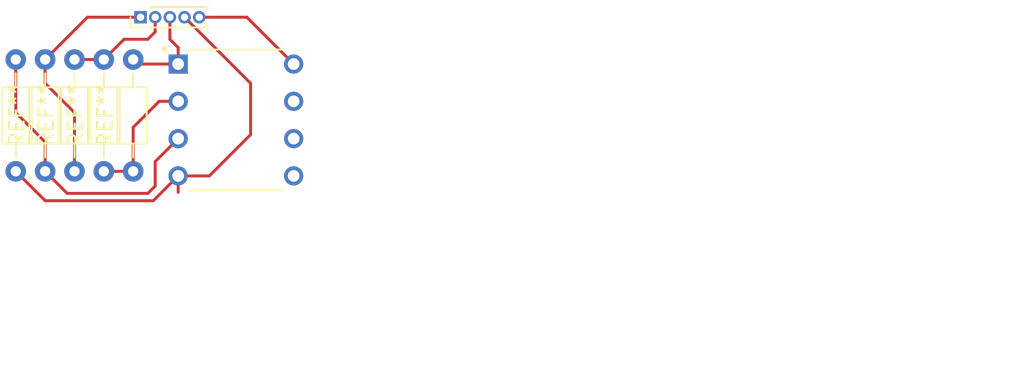
<source format=kicad_pcb>
(kicad_pcb (version 20240108) (generator "pcbnew") (generator_version "8.0")
  (layers (0 "F.Cu" signal) (31 "B.Cu" signal) (34 "B.Paste" user) (35 "F.Paste" user) (36 "B.SilkS" user "B.Silkscreen") (37 "F.SilkS" user "F.Silkscreen") (38 "B.Mask" user) (39 "F.Mask" user) (44 "Edge.Cuts" user))
  (net 0 "")
  (footprint "Resistor_THT:R_Axial_DIN0204_L3.6mm_D1.6mm_P7.62mm_Horizontal" (layer "F.Cu") (at 129.5 96.5 90)
    (property "Reference" "REF**" (at 3.81 -1.92 90) (layer "F.SilkS"))
    (property "Value" "R_Axial_DIN0204_L3.6mm_D1.6mm_P7.62mm_Horizontal" (hide yes))
    (fp_line (start 5.73 -0.92) (end 1.89 -0.92) (stroke (width 0.12)) (layer "F.SilkS"))
    (fp_line (start 1.89 -0.92) (end 1.89 0.92) (stroke (width 0.12)) (layer "F.SilkS"))
    (fp_line (start 6.68 0) (end 5.73 0) (stroke (width 0.12)) (layer "F.SilkS"))
    (fp_line (start 0.94 0) (end 1.89 0) (stroke (width 0.12)) (layer "F.SilkS"))
    (fp_line (start 5.73 0.92) (end 5.73 -0.92) (stroke (width 0.12)) (layer "F.SilkS"))
    (fp_line (start 1.89 0.92) (end 5.73 0.92) (stroke (width 0.12)) (layer "F.SilkS"))
    (pad "1" thru_hole circle (at 0 0 90) (size 1.4 1.4) (drill 0.7) (layers "*.Cu" "*.Mask" "In1.Cu" "In2.Cu" "In3.Cu" "In4.Cu" "In5.Cu" "In6.Cu" "In7.Cu" "In8.Cu" "In9.Cu" "In10.Cu" "In11.Cu" "In12.Cu" "In13.Cu" "In14.Cu" "In15.Cu" "In16.Cu" "In17.Cu" "In18.Cu" "In19.Cu" "In20.Cu" "In21.Cu" "In22.Cu" "In23.Cu" "In24.Cu" "In25.Cu" "In26.Cu" "In27.Cu" "In28.Cu" "In29.Cu" "In30.Cu"))
    (pad "2" thru_hole oval (at 7.62 0 90) (size 1.4 1.4) (drill 0.7) (layers "*.Cu" "*.Mask" "In1.Cu" "In2.Cu" "In3.Cu" "In4.Cu" "In5.Cu" "In6.Cu" "In7.Cu" "In8.Cu" "In9.Cu" "In10.Cu" "In11.Cu" "In12.Cu" "In13.Cu" "In14.Cu" "In15.Cu" "In16.Cu" "In17.Cu" "In18.Cu" "In19.Cu" "In20.Cu" "In21.Cu" "In22.Cu" "In23.Cu" "In24.Cu" "In25.Cu" "In26.Cu" "In27.Cu" "In28.Cu" "In29.Cu" "In30.Cu"))
  )
  (footprint "Resistor_THT:R_Axial_DIN0204_L3.6mm_D1.6mm_P7.62mm_Horizontal" (layer "F.Cu") (at 125.5 96.5 90)
    (property "Reference" "REF**" (at 3.81 -1.92 90) (layer "F.SilkS"))
    (property "Value" "R_Axial_DIN0204_L3.6mm_D1.6mm_P7.62mm_Horizontal" (hide yes))
    (fp_line (start 5.73 -0.92) (end 1.89 -0.92) (stroke (width 0.12)) (layer "F.SilkS"))
    (fp_line (start 1.89 -0.92) (end 1.89 0.92) (stroke (width 0.12)) (layer "F.SilkS"))
    (fp_line (start 6.68 0) (end 5.73 0) (stroke (width 0.12)) (layer "F.SilkS"))
    (fp_line (start 0.94 0) (end 1.89 0) (stroke (width 0.12)) (layer "F.SilkS"))
    (fp_line (start 5.73 0.92) (end 5.73 -0.92) (stroke (width 0.12)) (layer "F.SilkS"))
    (fp_line (start 1.89 0.92) (end 5.73 0.92) (stroke (width 0.12)) (layer "F.SilkS"))
    (pad "1" thru_hole circle (at 0 0 90) (size 1.4 1.4) (drill 0.7) (layers "*.Cu" "*.Mask" "In1.Cu" "In2.Cu" "In3.Cu" "In4.Cu" "In5.Cu" "In6.Cu" "In7.Cu" "In8.Cu" "In9.Cu" "In10.Cu" "In11.Cu" "In12.Cu" "In13.Cu" "In14.Cu" "In15.Cu" "In16.Cu" "In17.Cu" "In18.Cu" "In19.Cu" "In20.Cu" "In21.Cu" "In22.Cu" "In23.Cu" "In24.Cu" "In25.Cu" "In26.Cu" "In27.Cu" "In28.Cu" "In29.Cu" "In30.Cu"))
    (pad "2" thru_hole oval (at 7.62 0 90) (size 1.4 1.4) (drill 0.7) (layers "*.Cu" "*.Mask" "In1.Cu" "In2.Cu" "In3.Cu" "In4.Cu" "In5.Cu" "In6.Cu" "In7.Cu" "In8.Cu" "In9.Cu" "In10.Cu" "In11.Cu" "In12.Cu" "In13.Cu" "In14.Cu" "In15.Cu" "In16.Cu" "In17.Cu" "In18.Cu" "In19.Cu" "In20.Cu" "In21.Cu" "In22.Cu" "In23.Cu" "In24.Cu" "In25.Cu" "In26.Cu" "In27.Cu" "In28.Cu" "In29.Cu" "In30.Cu"))
  )
  (footprint "MCP6002-I_P:DIP787W46P254L927H533Q8" (layer "F.Cu") (at 136.5 93)
    (property "Reference" "REF**" (hide yes))
    (property "Value" "DIP787W46P254L927H533Q8")
    (fp_line (start -3.18 -4.8) (end 3.18 -4.8) (stroke (width 0.127)) (layer "F.SilkS"))
    (fp_line (start 3.18 4.8) (end -3.18 4.8) (stroke (width 0.127)) (layer "F.SilkS"))
    (fp_circle (center -4.85 -4.85) (end -4.75 -4.85) (stroke (width 0.2)) (fill none) (layer "F.SilkS"))
    (pad "1" thru_hole rect (at -3.935 -3.81) (size 1.308 1.308) (drill 0.8) (layers "*.Cu" "*.Mask" "In1.Cu" "In2.Cu" "In3.Cu" "In4.Cu" "In5.Cu" "In6.Cu" "In7.Cu" "In8.Cu" "In9.Cu" "In10.Cu" "In11.Cu" "In12.Cu" "In13.Cu" "In14.Cu" "In15.Cu" "In16.Cu" "In17.Cu" "In18.Cu" "In19.Cu" "In20.Cu" "In21.Cu" "In22.Cu" "In23.Cu" "In24.Cu" "In25.Cu" "In26.Cu" "In27.Cu" "In28.Cu" "In29.Cu" "In30.Cu"))
    (pad "2" thru_hole circle (at -3.935 -1.27) (size 1.308 1.308) (drill 0.8) (layers "*.Cu" "*.Mask" "In1.Cu" "In2.Cu" "In3.Cu" "In4.Cu" "In5.Cu" "In6.Cu" "In7.Cu" "In8.Cu" "In9.Cu" "In10.Cu" "In11.Cu" "In12.Cu" "In13.Cu" "In14.Cu" "In15.Cu" "In16.Cu" "In17.Cu" "In18.Cu" "In19.Cu" "In20.Cu" "In21.Cu" "In22.Cu" "In23.Cu" "In24.Cu" "In25.Cu" "In26.Cu" "In27.Cu" "In28.Cu" "In29.Cu" "In30.Cu"))
    (pad "3" thru_hole circle (at -3.935 1.27) (size 1.308 1.308) (drill 0.8) (layers "*.Cu" "*.Mask" "In1.Cu" "In2.Cu" "In3.Cu" "In4.Cu" "In5.Cu" "In6.Cu" "In7.Cu" "In8.Cu" "In9.Cu" "In10.Cu" "In11.Cu" "In12.Cu" "In13.Cu" "In14.Cu" "In15.Cu" "In16.Cu" "In17.Cu" "In18.Cu" "In19.Cu" "In20.Cu" "In21.Cu" "In22.Cu" "In23.Cu" "In24.Cu" "In25.Cu" "In26.Cu" "In27.Cu" "In28.Cu" "In29.Cu" "In30.Cu"))
    (pad "4" thru_hole circle (at -3.935 3.81) (size 1.308 1.308) (drill 0.8) (layers "*.Cu" "*.Mask" "In1.Cu" "In2.Cu" "In3.Cu" "In4.Cu" "In5.Cu" "In6.Cu" "In7.Cu" "In8.Cu" "In9.Cu" "In10.Cu" "In11.Cu" "In12.Cu" "In13.Cu" "In14.Cu" "In15.Cu" "In16.Cu" "In17.Cu" "In18.Cu" "In19.Cu" "In20.Cu" "In21.Cu" "In22.Cu" "In23.Cu" "In24.Cu" "In25.Cu" "In26.Cu" "In27.Cu" "In28.Cu" "In29.Cu" "In30.Cu"))
    (pad "5" thru_hole circle (at 3.935 3.81) (size 1.308 1.308) (drill 0.8) (layers "*.Cu" "*.Mask" "In1.Cu" "In2.Cu" "In3.Cu" "In4.Cu" "In5.Cu" "In6.Cu" "In7.Cu" "In8.Cu" "In9.Cu" "In10.Cu" "In11.Cu" "In12.Cu" "In13.Cu" "In14.Cu" "In15.Cu" "In16.Cu" "In17.Cu" "In18.Cu" "In19.Cu" "In20.Cu" "In21.Cu" "In22.Cu" "In23.Cu" "In24.Cu" "In25.Cu" "In26.Cu" "In27.Cu" "In28.Cu" "In29.Cu" "In30.Cu"))
    (pad "6" thru_hole circle (at 3.935 1.27) (size 1.308 1.308) (drill 0.8) (layers "*.Cu" "*.Mask" "In1.Cu" "In2.Cu" "In3.Cu" "In4.Cu" "In5.Cu" "In6.Cu" "In7.Cu" "In8.Cu" "In9.Cu" "In10.Cu" "In11.Cu" "In12.Cu" "In13.Cu" "In14.Cu" "In15.Cu" "In16.Cu" "In17.Cu" "In18.Cu" "In19.Cu" "In20.Cu" "In21.Cu" "In22.Cu" "In23.Cu" "In24.Cu" "In25.Cu" "In26.Cu" "In27.Cu" "In28.Cu" "In29.Cu" "In30.Cu"))
    (pad "7" thru_hole circle (at 3.935 -1.27) (size 1.308 1.308) (drill 0.8) (layers "*.Cu" "*.Mask" "In1.Cu" "In2.Cu" "In3.Cu" "In4.Cu" "In5.Cu" "In6.Cu" "In7.Cu" "In8.Cu" "In9.Cu" "In10.Cu" "In11.Cu" "In12.Cu" "In13.Cu" "In14.Cu" "In15.Cu" "In16.Cu" "In17.Cu" "In18.Cu" "In19.Cu" "In20.Cu" "In21.Cu" "In22.Cu" "In23.Cu" "In24.Cu" "In25.Cu" "In26.Cu" "In27.Cu" "In28.Cu" "In29.Cu" "In30.Cu"))
    (pad "8" thru_hole circle (at 3.935 -3.81) (size 1.308 1.308) (drill 0.8) (layers "*.Cu" "*.Mask" "In1.Cu" "In2.Cu" "In3.Cu" "In4.Cu" "In5.Cu" "In6.Cu" "In7.Cu" "In8.Cu" "In9.Cu" "In10.Cu" "In11.Cu" "In12.Cu" "In13.Cu" "In14.Cu" "In15.Cu" "In16.Cu" "In17.Cu" "In18.Cu" "In19.Cu" "In20.Cu" "In21.Cu" "In22.Cu" "In23.Cu" "In24.Cu" "In25.Cu" "In26.Cu" "In27.Cu" "In28.Cu" "In29.Cu" "In30.Cu"))
  )
  (footprint "Connector_PinHeader_1.00mm:PinHeader_1x05_P1.00mm_Vertical" (layer "F.Cu") (at 130 86 90)
    (property "Reference" "REF**" (hide yes))
    (property "Value" "PinHeader_1x05_P1.00mm_Vertical" (hide yes))
    (fp_line (start -0.695 -0.685) (end 0 -0.685) (stroke (width 0.12)) (layer "F.SilkS"))
    (fp_line (start -0.695 0) (end -0.695 -0.685) (stroke (width 0.12)) (layer "F.SilkS"))
    (fp_line (start 0.695 0.685) (end 0.695 4.56) (stroke (width 0.12)) (layer "F.SilkS"))
    (fp_line (start 0.608276 0.685) (end 0.695 0.685) (stroke (width 0.12)) (layer "F.SilkS"))
    (fp_line (start -0.695 0.685) (end -0.608276 0.685) (stroke (width 0.12)) (layer "F.SilkS"))
    (fp_line (start -0.695 0.685) (end -0.695 4.56) (stroke (width 0.12)) (layer "F.SilkS"))
    (fp_line (start 0.394493 4.56) (end 0.695 4.56) (stroke (width 0.12)) (layer "F.SilkS"))
    (fp_line (start -0.695 4.56) (end -0.394493 4.56) (stroke (width 0.12)) (layer "F.SilkS"))
    (pad "1" thru_hole rect (at 0 0 90) (size 0.85 0.85) (drill 0.5) (layers "*.Cu" "*.Mask" "In1.Cu" "In2.Cu" "In3.Cu" "In4.Cu" "In5.Cu" "In6.Cu" "In7.Cu" "In8.Cu" "In9.Cu" "In10.Cu" "In11.Cu" "In12.Cu" "In13.Cu" "In14.Cu" "In15.Cu" "In16.Cu" "In17.Cu" "In18.Cu" "In19.Cu" "In20.Cu" "In21.Cu" "In22.Cu" "In23.Cu" "In24.Cu" "In25.Cu" "In26.Cu" "In27.Cu" "In28.Cu" "In29.Cu" "In30.Cu"))
    (pad "2" thru_hole oval (at 0 1 90) (size 0.85 0.85) (drill 0.5) (layers "*.Cu" "*.Mask" "In1.Cu" "In2.Cu" "In3.Cu" "In4.Cu" "In5.Cu" "In6.Cu" "In7.Cu" "In8.Cu" "In9.Cu" "In10.Cu" "In11.Cu" "In12.Cu" "In13.Cu" "In14.Cu" "In15.Cu" "In16.Cu" "In17.Cu" "In18.Cu" "In19.Cu" "In20.Cu" "In21.Cu" "In22.Cu" "In23.Cu" "In24.Cu" "In25.Cu" "In26.Cu" "In27.Cu" "In28.Cu" "In29.Cu" "In30.Cu"))
    (pad "3" thru_hole oval (at 0 2 90) (size 0.85 0.85) (drill 0.5) (layers "*.Cu" "*.Mask" "In1.Cu" "In2.Cu" "In3.Cu" "In4.Cu" "In5.Cu" "In6.Cu" "In7.Cu" "In8.Cu" "In9.Cu" "In10.Cu" "In11.Cu" "In12.Cu" "In13.Cu" "In14.Cu" "In15.Cu" "In16.Cu" "In17.Cu" "In18.Cu" "In19.Cu" "In20.Cu" "In21.Cu" "In22.Cu" "In23.Cu" "In24.Cu" "In25.Cu" "In26.Cu" "In27.Cu" "In28.Cu" "In29.Cu" "In30.Cu"))
    (pad "4" thru_hole oval (at 0 3 90) (size 0.85 0.85) (drill 0.5) (layers "*.Cu" "*.Mask" "In1.Cu" "In2.Cu" "In3.Cu" "In4.Cu" "In5.Cu" "In6.Cu" "In7.Cu" "In8.Cu" "In9.Cu" "In10.Cu" "In11.Cu" "In12.Cu" "In13.Cu" "In14.Cu" "In15.Cu" "In16.Cu" "In17.Cu" "In18.Cu" "In19.Cu" "In20.Cu" "In21.Cu" "In22.Cu" "In23.Cu" "In24.Cu" "In25.Cu" "In26.Cu" "In27.Cu" "In28.Cu" "In29.Cu" "In30.Cu"))
    (pad "5" thru_hole oval (at 0 4 90) (size 0.85 0.85) (drill 0.5) (layers "*.Cu" "*.Mask" "In1.Cu" "In2.Cu" "In3.Cu" "In4.Cu" "In5.Cu" "In6.Cu" "In7.Cu" "In8.Cu" "In9.Cu" "In10.Cu" "In11.Cu" "In12.Cu" "In13.Cu" "In14.Cu" "In15.Cu" "In16.Cu" "In17.Cu" "In18.Cu" "In19.Cu" "In20.Cu" "In21.Cu" "In22.Cu" "In23.Cu" "In24.Cu" "In25.Cu" "In26.Cu" "In27.Cu" "In28.Cu" "In29.Cu" "In30.Cu"))
  )
  (footprint "Resistor_THT:R_Axial_DIN0204_L3.6mm_D1.6mm_P7.62mm_Horizontal" (layer "F.Cu") (at 121.5 96.5 90)
    (property "Reference" "REF**" (hide yes))
    (property "Value" "R_Axial_DIN0204_L3.6mm_D1.6mm_P7.62mm_Horizontal" (hide yes))
    (fp_line (start 5.73 -0.92) (end 1.89 -0.92) (stroke (width 0.12)) (layer "F.SilkS"))
    (fp_line (start 1.89 -0.92) (end 1.89 0.92) (stroke (width 0.12)) (layer "F.SilkS"))
    (fp_line (start 6.68 0) (end 5.73 0) (stroke (width 0.12)) (layer "F.SilkS"))
    (fp_line (start 0.94 0) (end 1.89 0) (stroke (width 0.12)) (layer "F.SilkS"))
    (fp_line (start 5.73 0.92) (end 5.73 -0.92) (stroke (width 0.12)) (layer "F.SilkS"))
    (fp_line (start 1.89 0.92) (end 5.73 0.92) (stroke (width 0.12)) (layer "F.SilkS"))
    (pad "1" thru_hole circle (at 0 0 90) (size 1.4 1.4) (drill 0.7) (layers "*.Cu" "*.Mask" "In1.Cu" "In2.Cu" "In3.Cu" "In4.Cu" "In5.Cu" "In6.Cu" "In7.Cu" "In8.Cu" "In9.Cu" "In10.Cu" "In11.Cu" "In12.Cu" "In13.Cu" "In14.Cu" "In15.Cu" "In16.Cu" "In17.Cu" "In18.Cu" "In19.Cu" "In20.Cu" "In21.Cu" "In22.Cu" "In23.Cu" "In24.Cu" "In25.Cu" "In26.Cu" "In27.Cu" "In28.Cu" "In29.Cu" "In30.Cu"))
    (pad "2" thru_hole oval (at 7.62 0 90) (size 1.4 1.4) (drill 0.7) (layers "*.Cu" "*.Mask" "In1.Cu" "In2.Cu" "In3.Cu" "In4.Cu" "In5.Cu" "In6.Cu" "In7.Cu" "In8.Cu" "In9.Cu" "In10.Cu" "In11.Cu" "In12.Cu" "In13.Cu" "In14.Cu" "In15.Cu" "In16.Cu" "In17.Cu" "In18.Cu" "In19.Cu" "In20.Cu" "In21.Cu" "In22.Cu" "In23.Cu" "In24.Cu" "In25.Cu" "In26.Cu" "In27.Cu" "In28.Cu" "In29.Cu" "In30.Cu"))
  )
  (footprint "Resistor_THT:R_Axial_DIN0204_L3.6mm_D1.6mm_P7.62mm_Horizontal" (layer "F.Cu") (at 127.5 96.5 90)
    (property "Reference" "REF**" (at 3.81 -1.92 90) (layer "F.SilkS"))
    (property "Value" "R_Axial_DIN0204_L3.6mm_D1.6mm_P7.62mm_Horizontal" (hide yes))
    (fp_line (start 5.73 -0.92) (end 1.89 -0.92) (stroke (width 0.12)) (layer "F.SilkS"))
    (fp_line (start 1.89 -0.92) (end 1.89 0.92) (stroke (width 0.12)) (layer "F.SilkS"))
    (fp_line (start 6.68 0) (end 5.73 0) (stroke (width 0.12)) (layer "F.SilkS"))
    (fp_line (start 0.94 0) (end 1.89 0) (stroke (width 0.12)) (layer "F.SilkS"))
    (fp_line (start 5.73 0.92) (end 5.73 -0.92) (stroke (width 0.12)) (layer "F.SilkS"))
    (fp_line (start 1.89 0.92) (end 5.73 0.92) (stroke (width 0.12)) (layer "F.SilkS"))
    (pad "1" thru_hole circle (at 0 0 90) (size 1.4 1.4) (drill 0.7) (layers "*.Cu" "*.Mask" "In1.Cu" "In2.Cu" "In3.Cu" "In4.Cu" "In5.Cu" "In6.Cu" "In7.Cu" "In8.Cu" "In9.Cu" "In10.Cu" "In11.Cu" "In12.Cu" "In13.Cu" "In14.Cu" "In15.Cu" "In16.Cu" "In17.Cu" "In18.Cu" "In19.Cu" "In20.Cu" "In21.Cu" "In22.Cu" "In23.Cu" "In24.Cu" "In25.Cu" "In26.Cu" "In27.Cu" "In28.Cu" "In29.Cu" "In30.Cu"))
    (pad "2" thru_hole oval (at 7.62 0 90) (size 1.4 1.4) (drill 0.7) (layers "*.Cu" "*.Mask" "In1.Cu" "In2.Cu" "In3.Cu" "In4.Cu" "In5.Cu" "In6.Cu" "In7.Cu" "In8.Cu" "In9.Cu" "In10.Cu" "In11.Cu" "In12.Cu" "In13.Cu" "In14.Cu" "In15.Cu" "In16.Cu" "In17.Cu" "In18.Cu" "In19.Cu" "In20.Cu" "In21.Cu" "In22.Cu" "In23.Cu" "In24.Cu" "In25.Cu" "In26.Cu" "In27.Cu" "In28.Cu" "In29.Cu" "In30.Cu"))
  )
  (footprint "Resistor_THT:R_Axial_DIN0204_L3.6mm_D1.6mm_P7.62mm_Horizontal" (layer "F.Cu") (at 123.5 96.5 90)
    (property "Reference" "REF**" (at 3.81 -1.92 90) (layer "F.SilkS"))
    (property "Value" "R_Axial_DIN0204_L3.6mm_D1.6mm_P7.62mm_Horizontal" (hide yes))
    (fp_line (start 5.73 -0.92) (end 1.89 -0.92) (stroke (width 0.12)) (layer "F.SilkS"))
    (fp_line (start 1.89 -0.92) (end 1.89 0.92) (stroke (width 0.12)) (layer "F.SilkS"))
    (fp_line (start 6.68 0) (end 5.73 0) (stroke (width 0.12)) (layer "F.SilkS"))
    (fp_line (start 0.94 0) (end 1.89 0) (stroke (width 0.12)) (layer "F.SilkS"))
    (fp_line (start 5.73 0.92) (end 5.73 -0.92) (stroke (width 0.12)) (layer "F.SilkS"))
    (fp_line (start 1.89 0.92) (end 5.73 0.92) (stroke (width 0.12)) (layer "F.SilkS"))
    (pad "1" thru_hole circle (at 0 0 90) (size 1.4 1.4) (drill 0.7) (layers "*.Cu" "*.Mask" "In1.Cu" "In2.Cu" "In3.Cu" "In4.Cu" "In5.Cu" "In6.Cu" "In7.Cu" "In8.Cu" "In9.Cu" "In10.Cu" "In11.Cu" "In12.Cu" "In13.Cu" "In14.Cu" "In15.Cu" "In16.Cu" "In17.Cu" "In18.Cu" "In19.Cu" "In20.Cu" "In21.Cu" "In22.Cu" "In23.Cu" "In24.Cu" "In25.Cu" "In26.Cu" "In27.Cu" "In28.Cu" "In29.Cu" "In30.Cu"))
    (pad "2" thru_hole oval (at 7.62 0 90) (size 1.4 1.4) (drill 0.7) (layers "*.Cu" "*.Mask" "In1.Cu" "In2.Cu" "In3.Cu" "In4.Cu" "In5.Cu" "In6.Cu" "In7.Cu" "In8.Cu" "In9.Cu" "In10.Cu" "In11.Cu" "In12.Cu" "In13.Cu" "In14.Cu" "In15.Cu" "In16.Cu" "In17.Cu" "In18.Cu" "In19.Cu" "In20.Cu" "In21.Cu" "In22.Cu" "In23.Cu" "In24.Cu" "In25.Cu" "In26.Cu" "In27.Cu" "In28.Cu" "In29.Cu" "In30.Cu"))
  )
  (segment (start 132.565 96.81) (end 130.875 98.5) (width 0.2) (layer "F.Cu") (net 0))
  (segment (start 123.5 88.88) (end 126.38 86) (width 0.2) (layer "F.Cu") (net 0))
  (segment (start 126.38 86) (end 130 86) (width 0.2) (layer "F.Cu") (net 0))
  (segment (start 125.5 92.5) (end 125.5 96.5) (width 0.2) (layer "F.Cu") (net 0))
  (segment (start 129.5 96.5) (end 129.5 93.5) (width 0.2) (layer "F.Cu") (net 0))
  (segment (start 131 95.835) (end 132.565 94.27) (width 0.2) (layer "F.Cu") (net 0))
  (segment (start 137.5 90.5) (end 137.5 94) (width 0.2) (layer "F.Cu") (net 0))
  (segment (start 131 97.5) (end 130.5 98) (width 0.2) (layer "F.Cu") (net 0))
  (segment (start 130.5 87.5) (end 131 87) (width 0.2) (layer "F.Cu") (net 0))
  (segment (start 130.5 98) (end 125 98) (width 0.2) (layer "F.Cu") (net 0))
  (segment (start 132.565 89.19) (end 132.565 88.065) (width 0.2) (layer "F.Cu") (net 0))
  (segment (start 123.5 90.5) (end 125.5 92.5) (width 0.2) (layer "F.Cu") (net 0))
  (segment (start 131.27 91.73) (end 132.565 91.73) (width 0.2) (layer "F.Cu") (net 0))
  (segment (start 132.565 97.935) (end 132.565 96.81) (width 0.2) (layer "F.Cu") (net 0))
  (segment (start 134.69 96.81) (end 132.565 96.81) (width 0.2) (layer "F.Cu") (net 0))
  (segment (start 132.565 88.065) (end 132 87.5) (width 0.2) (layer "F.Cu") (net 0))
  (segment (start 132 87.5) (end 132 86) (width 0.2) (layer "F.Cu") (net 0))
  (segment (start 137.245 86) (end 140.435 89.19) (width 0.2) (layer "F.Cu") (net 0))
  (segment (start 129.81 89.19) (end 129.5 88.88) (width 0.2) (layer "F.Cu") (net 0))
  (segment (start 137.5 94) (end 134.69 96.81) (width 0.2) (layer "F.Cu") (net 0))
  (segment (start 133 86) (end 137.5 90.5) (width 0.2) (layer "F.Cu") (net 0))
  (segment (start 130.875 98.5) (end 123.5 98.5) (width 0.2) (layer "F.Cu") (net 0))
  (segment (start 131 95.835) (end 131 97.5) (width 0.2) (layer "F.Cu") (net 0))
  (segment (start 123.5 94.5) (end 121.5 92.5) (width 0.2) (layer "F.Cu") (net 0))
  (segment (start 129.5 96.5) (end 127.5 96.5) (width 0.2) (layer "F.Cu") (net 0))
  (segment (start 132.565 89.19) (end 129.81 89.19) (width 0.2) (layer "F.Cu") (net 0))
  (segment (start 125 98) (end 123.5 96.5) (width 0.2) (layer "F.Cu") (net 0))
  (segment (start 128.88 87.5) (end 130.5 87.5) (width 0.2) (layer "F.Cu") (net 0))
  (segment (start 125.5 88.88) (end 127.5 88.88) (width 0.2) (layer "F.Cu") (net 0))
  (segment (start 121.5 92.5) (end 121.5 88.88) (width 0.2) (layer "F.Cu") (net 0))
  (segment (start 134 86) (end 137.245 86) (width 0.2) (layer "F.Cu") (net 0))
  (segment (start 123.5 96.5) (end 123.5 94.5) (width 0.2) (layer "F.Cu") (net 0))
  (segment (start 123.5 98.5) (end 121.5 96.5) (width 0.2) (layer "F.Cu") (net 0))
  (segment (start 131 87) (end 131 86) (width 0.2) (layer "F.Cu") (net 0))
  (segment (start 127.5 88.88) (end 128.88 87.5) (width 0.2) (layer "F.Cu") (net 0))
  (segment (start 123.5 88.88) (end 123.5 90.5) (width 0.2) (layer "F.Cu") (net 0))
  (segment (start 129.5 93.5) (end 131.27 91.73) (width 0.2) (layer "F.Cu") (net 0))
)
</source>
